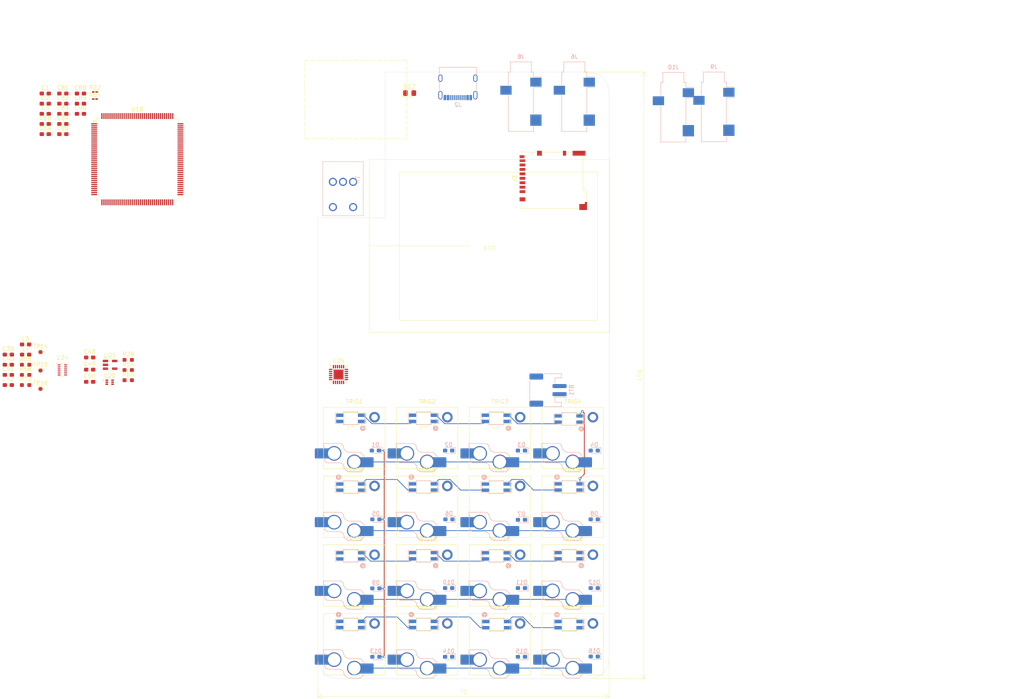
<source format=kicad_pcb>
(kicad_pcb (version 20241229) (generator "pcbnew") (generator_version "9.0")
  (layers (0 "F.Cu" signal) (4 "In1.Cu" signal "In1.Cu (PWR)") (6 "In2.Cu" signal "In2.Cu (GND)") (2 "B.Cu" signal) (13 "F.Paste" user) (15 "B.Paste" user) (5 "F.SilkS" user "F.Silkscreen") (7 "B.SilkS" user "B.Silkscreen") (1 "F.Mask" user) (3 "B.Mask" user) (25 "Edge.Cuts" user))
  (net 0 "")
  (net 1 "Net-(D1-A)")
  (net 2 "/Keypad/SW_ROW1")
  (net 3 "Net-(D2-A)")
  (net 4 "Net-(D3-A)")
  (net 5 "Net-(D4-A)")
  (net 6 "Net-(D5-A)")
  (net 7 "/Keypad/SW_ROW2")
  (net 8 "Net-(D6-A)")
  (net 9 "Net-(D7-A)")
  (net 10 "Net-(D8-A)")
  (net 11 "Net-(D9-A)")
  (net 12 "/Keypad/SW_ROW3")
  (net 13 "Net-(D10-A)")
  (net 14 "Net-(D11-A)")
  (net 15 "Net-(D12-A)")
  (net 16 "Net-(D13-A)")
  (net 17 "/Keypad/SW_ROW4")
  (net 18 "Net-(D14-A)")
  (net 19 "Net-(D15-A)")
  (net 20 "Net-(D16-A)")
  (net 21 "Net-(U20-FB)")
  (net 23 "Net-(U2-DOUT)")
  (net 24 "VDD")
  (net 25 "Net-(U3-DOUT)")
  (net 26 "Net-(U4-DOUT)")
  (net 27 "Net-(U5-DOUT)")
  (net 28 "Net-(U6-DOUT)")
  (net 29 "Net-(U7-DOUT)")
  (net 30 "Net-(U8-DOUT)")
  (net 31 "Net-(U10-DIN)")
  (net 32 "Net-(U10-DOUT)")
  (net 34 "Net-(U11-DIN)")
  (net 35 "Net-(U12-DOUT)")
  (net 36 "Net-(U13-DIN)")
  (net 37 "Net-(U14-DOUT)")
  (net 38 "Net-(U15-DIN)")
  (net 39 "Net-(U16-DOUT)")
  (net 40 "VBUS")
  (net 53 "+3.3V")
  (net 75 "-BATT")
  (net 76 "/Power/SYS")
  (net 77 "/Power/3v3_PG")
  (net 78 "+1V8")
  (net 89 "/SWD_RESET")
  (net 124 "+3.3VA")
  (net 150 "Net-(C1-Pad1)")
  (net 153 "Net-(C2-Pad1)")
  (net 163 "+BATT")
  (net 177 "/BOOT0")
  (net 201 "/Power/3v3_EN")
  (net 202 "Net-(U20-SW)")
  (net 203 "Net-(U21-FB)")
  (net 204 "Net-(U21-PH)")
  (net 207 "/Keypad/SW_COL1")
  (net 208 "/Keypad/SW_COL2")
  (net 209 "/Keypad/SW_COL3")
  (net 210 "/Keypad/SW_COL4")
  (net 226 "/Keypad/KEYPAD_INT")
  (net 235 "GND")
  (net 236 "3v3_PG")
  (footprint "pocket_synth:SW_Hotswap_Kailh_Choc_V1V2_Plated_1.00u" (layer "F.Cu") (at 45.8 122.9 180)
    (property "Reference" "SW1" (hide yes))
    (property "Value" "TRIG1")
  )
  (footprint "pocket_synth:SK6812MINI-E" (layer "F.Cu") (at 44.9 169)
    (property "Reference" "U11" (hide yes))
    (property "Value" "TRIG13")
    (fp_rect (start -1.7 -1.5) (end 1.7 1.5) (stroke (width 0.05)) (fill no) (layer "Edge.Cuts"))
  )
  (footprint "pocket_synth:SW_Hotswap_Kailh_Choc_V1V2_Plated_1.00u" (layer "F.Cu") (at 81.8 139.9 180)
    (property "Reference" "SW7" (hide yes))
    (property "Value" "TRIG7")
  )
  (footprint "pocket_synth:SW_Hotswap_Kailh_Choc_V1V2_Plated_1.00u" (layer "F.Cu") (at 99.8 122.9 180)
    (property "Reference" "SW4" (hide yes))
    (property "Value" "TRIG4")
  )
  (footprint "pocket_synth:SW_Hotswap_Kailh_Choc_V1V2_Plated_1.00u" (layer "F.Cu") (at 99.8 156.9 180)
    (property "Reference" "SW12" (hide yes))
    (property "Value" "TRIG12")
  )
  (footprint "pocket_synth:SK6812MINI-E" (layer "F.Cu") (at 44.9 135.035)
    (property "Reference" "U9" (hide yes))
    (property "Value" "TRIG5")
    (fp_rect (start -1.7 -1.5) (end 1.7 1.5) (stroke (width 0.05)) (fill no) (layer "Edge.Cuts"))
  )
  (footprint "pocket_synth:SW_Hotswap_Kailh_Choc_V1V2_Plated_1.00u" (layer "F.Cu") (at 99.8 139.9 180)
    (property "Reference" "SW8" (hide yes))
    (property "Value" "TRIG8")
  )
  (footprint "Capacitor_SMD:C_0603_1608Metric_Pad1.08x0.95mm_HandSolder" (layer "F.Cu") (at -21.925 42.73)
    (property "Reference" "C90")
    (property "Value" "1uf")
  )
  (footprint "TestPoint:TestPoint_Pad_D1.0mm" (layer "F.Cu") (at -31.8 106.2)
    (property "Reference" "TP15")
    (property "Value" "1v8")
  )
  (footprint "Capacitor_SMD:C_0603_1608Metric_Pad1.08x0.95mm_HandSolder" (layer "F.Cu") (at -19.6375 105.99)
    (property "Reference" "C49")
    (property "Value" "22uf")
  )
  (footprint "Capacitor_SMD:C_0603_1608Metric_Pad1.08x0.95mm_HandSolder" (layer "F.Cu") (at -26.275 37.71)
    (property "Reference" "C81")
    (property "Value" "0.1uf")
  )
  (footprint "Capacitor_SMD:C_0603_1608Metric_Pad1.08x0.95mm_HandSolder" (layer "F.Cu") (at -19.6375 102.98)
    (property "Reference" "C48")
    (property "Value" "120pF")
  )
  (footprint "Package_TO_SOT_SMD:SOT-563" (layer "F.Cu") (at -14.6875 109.1)
    (property "Reference" "U20")
    (property "Value" "TPS62A02DRL")
  )
  (footprint "Capacitor_SMD:C_0603_1608Metric_Pad1.08x0.95mm_HandSolder" (layer "F.Cu") (at -39.7625 102.27)
    (property "Reference" "C39")
    (property "Value" "10uf")
  )
  (footprint "Resistor_SMD:R_0603_1608Metric_Pad0.98x0.95mm_HandSolder" (layer "F.Cu") (at -35.4875 107.29)
    (property "Reference" "R56")
    (property "Value" "20.0k")
  )
  (footprint "Package_DFN_QFN:TDFN-12_2x3mm_P0.5mm" (layer "F.Cu") (at -26.4 106.05)
    (property "Reference" "U24")
    (property "Value" "STM6601")
  )
  (footprint "Capacitor_SMD:C_0603_1608Metric_Pad1.08x0.95mm_HandSolder" (layer "F.Cu") (at -26.275 45.24)
    (property "Reference" "C84")
    (property "Value" "100nf")
  )
  (footprint "Capacitor_SMD:C_0603_1608Metric_Pad1.08x0.95mm_HandSolder" (layer "F.Cu") (at -30.625 47.75)
    (property "Reference" "C59")
    (property "Value" "100nf")
  )
  (footprint "pocket_synth:SW_Hotswap_Kailh_Choc_V1V2_Plated_1.00u" (layer "F.Cu") (at 45.8 173.9 180)
    (property "Reference" "SW13" (hide yes))
    (property "Value" "TRIG13")
  )
  (footprint "pocket_synth:SW_Hotswap_Kailh_Choc_V1V2_Plated_1.00u" (layer "F.Cu") (at 99.8 173.9 180)
    (property "Reference" "SW16" (hide yes))
    (property "Value" "TRIG16")
  )
  (footprint "pocket_synth:SK6812MINI-E" (layer "F.Cu") (at 81 169.037132)
    (property "Reference" "U15" (hide yes))
    (property "Value" "TRIG15")
    (fp_rect (start -1.7 -1.5) (end 1.7 1.5) (stroke (width 0.05)) (fill no) (layer "Edge.Cuts"))
  )
  (footprint "Capacitor_SMD:C_0603_1608Metric_Pad1.08x0.95mm_HandSolder" (layer "F.Cu") (at -30.625 40.22)
    (property "Reference" "C2")
    (property "Value" "2.2 µF")
  )
  (footprint "TestPoint:TestPoint_Pad_D1.0mm" (layer "F.Cu") (at -31.8 101.65)
    (property "Reference" "TP14")
    (property "Value" "3v3")
  )
  (footprint "Inductor_SMD:L_0603_1608Metric_Pad1.05x0.95mm_HandSolder" (layer "F.Cu") (at -35.4875 99.76)
    (property "Reference" "L3")
    (property "Value" "10uh")
  )
  (footprint "Package_TO_SOT_SMD:SOT-23-5" (layer "F.Cu") (at -14.6 104.8)
    (property "Reference" "U21")
    (property "Value" "TPS560200")
  )
  (footprint "LED_SMD:LED_0805_2012Metric_Pad1.15x1.40mm_HandSolder" (layer "F.Cu") (at 59.475 37.6)
    (property "Reference" "D17")
    (property "Value" "POWER")
  )
  (footprint "Capacitor_SMD:C_0603_1608Metric_Pad1.08x0.95mm_HandSolder" (layer "F.Cu") (at -26.275 42.73)
    (property "Reference" "C83")
    (property "Value" "100nf")
  )
  (footprint "Package_QFP:LQFP-144_20x20mm_P0.5mm" (layer "F.Cu") (at -7.8625 53.95)
    (property "Reference" "U18")
    (property "Value" "STM32H743ZIT6")
  )
  (footprint "pocket_synth:SW_Hotswap_Kailh_Choc_V1V2_Plated_1.00u" (layer "F.Cu") (at 45.8 139.9 180)
    (property "Reference" "SW5" (hide yes))
    (property "Value" "TRIG5")
  )
  (footprint "pocket_synth:SW_Hotswap_Kailh_Choc_V1V2_Plated_1.00u" (layer "F.Cu") (at 45.8 156.9 180)
    (property "Reference" "SW9" (hide yes))
    (property "Value" "TRIG9")
  )
  (footprint "pocket_synth:SK6812MINI-E" (layer "F.Cu") (at 98.9 169.035)
    (property "Reference" "U17" (hide yes))
    (property "Value" "TRIG16")
    (fp_rect (start -1.7 -1.5) (end 1.7 1.5) (stroke (width 0.05)) (fill no) (layer "Edge.Cuts"))
  )
  (footprint "Connector_Card:microSD_HC_Hirose_DM3BT-DSF-PEJS" (layer "F.Cu") (at 95 59.2 90)
    (property "Reference" "J3")
    (property "Value" "Micro_SD_Card_Det_Hirose_DM3AT")
  )
  (footprint "pocket_synth:SK6812MINI-E" (layer "F.Cu") (at 80.9 135.037132)
    (property "Reference" "U7" (hide yes))
    (property "Value" "TRIG7")
    (fp_rect (start -1.7 -1.5) (end 1.7 1.5) (stroke (width 0.05)) (fill no) (layer "Edge.Cuts"))
  )
  (footprint "Capacitor_SMD:C_0603_1608Metric_Pad1.08x0.95mm_HandSolder" (layer "F.Cu") (at -21.925 40.22)
    (property "Reference" "C89")
    (property "Value" "1uf")
  )
  (footprint "pocket_synth:SW_Hotswap_Kailh_Choc_V1V2_Plated_1.00u" (layer "F.Cu") (at 81.8 122.9 180)
    (property "Reference" "SW3" (hide yes))
    (property "Value" "TRIG3")
  )
  (footprint "Resistor_SMD:R_0603_1608Metric_Pad0.98x0.95mm_HandSolder" (layer "F.Cu") (at -35.4875 104.78)
    (property "Reference" "R55")
    (property "Value" "24.9k")
  )
  (footprint "pocket_synth:SK6812MINI-E" (layer "F.Cu") (at 62.9 135)
    (property "Reference" "U8" (hide yes))
    (property "Value" "TRIG6")
    (fp_rect (start -1.7 -1.5) (end 1.7 1.5) (stroke (width 0.05)) (fill no) (layer "Edge.Cuts"))
  )
  (footprint "pocket_synth:SW_Hotswap_Kailh_Choc_V1V2_Plated_1.00u" (layer "F.Cu") (at 63.8 139.9 180)
    (property "Reference" "SW6" (hide yes))
    (property "Value" "TRIG6")
  )
  (footprint "Capacitor_SMD:C_0603_1608Metric_Pad1.08x0.95mm_HandSolder" (layer "F.Cu") (at -39.7625 104.78)
    (property "Reference" "C40")
    (property "Value" "0.1uf")
  )
  (footprint "pocket_synth:SW_Hotswap_Kailh_Choc_V1V2_Plated_1.00u" (layer "F.Cu") (at 81.8 173.9 180)
    (property "Reference" "SW15" (hide yes))
    (property "Value" "TRIG15")
  )
  (footprint "pocket_synth:SK6812MINI-E" (layer "F.Cu") (at 44.9 152.035 180)
    (property "Reference" "U10" (hide yes))
    (property "Value" "TRIG9")
    (fp_rect (start -1.7 -1.5) (end 1.7 1.5) (stroke (width 0.05)) (fill no) (layer "Edge.Cuts"))
  )
  (footprint "pocket_synth:SK6812MINI-E" (layer "F.Cu") (at 80.9 152.037132 180)
    (property "Reference" "U14" (hide yes))
    (property "Value" "TRIG11")
    (fp_rect (start -1.7 -1.5) (end 1.7 1.5) (stroke (width 0.05)) (fill no) (layer "Edge.Cuts"))
  )
  (footprint "pocket_synth:SK6812MINI-E" (layer "F.Cu") (at 80.9 118.035 180)
    (property "Reference" "U4")
    (property "Value" "TRIG3")
    (fp_rect (start -1.7 -1.5) (end 1.7 1.5) (stroke (width 0.05)) (fill no) (layer "Edge.Cuts"))
  )
  (footprint "Capacitor_SMD:C_0603_1608Metric_Pad1.08x0.95mm_HandSolder" (layer "F.Cu") (at -26.275 47.75)
    (property "Reference" "C85")
    (property "Value" "100nf")
  )
  (footprint "pocket_synth:SW_Hotswap_Kailh_Choc_V1V2_Plated_1.00u" (layer "F.Cu") (at 63.8 122.9 180)
    (property "Reference" "SW2" (hide yes))
    (property "Value" "TRIG2")
  )
  (footprint "pocket_synth:SK6812MINI-E" (layer "F.Cu") (at 98.9 118.2 180)
    (property "Reference" "U5")
    (property "Value" "TRIG4")
    (fp_rect (start -1.7 -1.5) (end 1.7 1.5) (stroke (width 0.05)) (fill no) (layer "Edge.Cuts"))
  )
  (footprint "Resistor_SMD:R_0603_1608Metric_Pad0.98x0.95mm_HandSolder" (layer "F.Cu") (at -10.1125 108.6)
    (property "Reference" "R63")
    (property "Value" "499k")
  )
  (footprint "Capacitor_SMD:C_0603_1608Metric_Pad1.08x0.95mm_HandSolder" (layer "F.Cu") (at -30.625 37.71)
    (property "Reference" "C1")
    (property "Value" "2.2 µF")
  )
  (footprint "Capacitor_SMD:C_0603_1608Metric_Pad1.08x0.95mm_HandSolder" (layer "F.Cu") (at -19.6375 109)
    (property "Reference" "C50")
    (property "Value" "4.7uf")
  )
  (footprint "Resistor_SMD:R_0603_1608Metric_Pad0.98x0.95mm_HandSolder" (layer "F.Cu") (at -10.1125 106.09)
    (property "Reference" "R54")
    (property "Value" "97.6k")
  )
  (footprint "Capacitor_SMD:C_0603_1608Metric_Pad1.08x0.95mm_HandSolder" (layer "F.Cu") (at -21.925 37.71)
    (property "Reference" "C88")
    (property "Value" "10nf")
  )
  (footprint "pocket_synth:SK6812MINI-E" (layer "F.Cu") (at 98.9 135)
    (property "Reference" "U6" (hide yes))
    (property "Value" "TRIG8")
    (fp_rect (start -1.7 -1.5) (end 1.7 1.5) (stroke (width 0.05)) (fill no) (layer "Edge.Cuts"))
  )
  (footprint "pocket_synth:SK6812MINI-E" (layer "F.Cu") (at 98.9 152 180)
    (property "Reference" "U16" (hide yes))
    (property "Value" "TRIG12")
    (fp_rect (start -1.7 -1.5) (end 1.7 1.5) (stroke (width 0.05)) (fill no) (layer "Edge.Cuts"))
  )
  (footprint "Resistor_SMD:R_0201_0603Metric_Pad0.64x0.40mm_HandSolder" (layer "F.Cu") (at -18.345 39.08)
    (property "Reference" "R64")
    (property "Value" "0R")
  )
  (footprint "Capacitor_SMD:C_0603_1608Metric_Pad1.08x0.95mm_HandSolder" (layer "F.Cu") (at -30.625 42.73)
    (property "Reference" "C3")
    (property "Value" "1 µF")
  )
  (footprint "pocket_synth:SW_Hotswap_Kailh_Choc_V1V2_Plated_1.00u" (layer "F.Cu") (at 63.8 156.9 180)
    (property "Reference" "SW10" (hide yes))
    (property "Value" "TRIG10")
  )
  (footprint "Inductor_SMD:L_0603_1608Metric_Pad1.05x0.95mm_HandSolder" (layer "F.Cu") (at -35.4875 102.27)
    (property "Reference" "L7")
    (property "Value" "1uh")
  )
  (footprint "pocket_synth:SK6812MINI-E" (layer "F.Cu") (at 44.9 118.035 180)
    (property "Reference" "U2")
    (property "Value" "TRIG1")
    (fp_rect (start -1.7 -1.5) (end 1.7 1.5) (stroke (width 0.05)) (fill no) (layer "Edge.Cuts"))
  )
  (footprint "pocket_synth:SK6812MINI-E" (layer "F.Cu") (at 62.9 152 180)
    (property "Reference" "U12" (hide yes))
    (property "Value" "TRIG10")
    (fp_rect (start -1.7 -1.5) (end 1.7 1.5) (stroke (width 0.05)) (fill no) (layer "Edge.Cuts"))
  )
  (footprint "Capacitor_SMD:C_0603_1608Metric_Pad1.08x0.95mm_HandSolder" (layer "F.Cu") (at -26.275 40.22)
    (property "Reference" "C82")
    (property "Value" "100nf")
  )
  (footprint "Capacitor_SMD:C_0603_1608Metric_Pad1.08x0.95mm_HandSolder" (layer "F.Cu") (at -30.625 45.24)
    (property "Reference" "C58")
    (property "Value" "10uf")
  )
  (footprint "Resistor_SMD:R_0603_1608Metric_Pad0.98x0.95mm_HandSolder" (layer "F.Cu") (at -10.1125 103.58)
    (property "Reference" "R29")
    (property "Value" "442k")
  )
  (footprint "pocket_synth:SW_Hotswap_Kailh_Choc_V1V2_Plated_1.00u" (layer "F.Cu") (at 63.8 173.9 180)
    (property "Reference" "SW14" (hide yes))
    (property "Value" "TRIG14")
  )
  (footprint "Capacitor_SMD:C_0603_1608Metric_Pad1.08x0.95mm_HandSolder" (layer "F.Cu") (at -39.7625 109.8)
    (property "Reference" "C42")
    (property "Value" "10uf")
  )
  (footprint "Resistor_SMD:R_0201_0603Metric_Pad0.64x0.40mm_HandSolder" (layer "F.Cu") (at -18.345 37.33)
    (property "Reference" "R22")
    (property "Value" "10k")
  )
  (footprint "Capacitor_SMD:C_0603_1608Metric_Pad1.08x0.95mm_HandSolder" (layer "F.Cu") (at -39.7625 107.29)
    (property "Reference" "C41")
    (property "Value" "10uf")
  )
  (footprint "pocket_synth:SK6812MINI-E" (layer "F.Cu") (at 62.9 169)
    (property "Reference" "U13" (hide yes))
    (property "Value" "TRIG14")
    (fp_rect (start -1.7 -1.5) (end 1.7 1.5) (stroke (width 0.05)) (fill no) (layer "Edge.Cuts"))
  )
  (footprint "Resistor_SMD:R_0603_1608Metric_Pad0.98x0.95mm_HandSolder" (layer "F.Cu") (at -35.4875 109.8)
    (property "Reference" "R72")
    (property "Value" "0R")
  )
  (footprint "TestPoint:TestPoint_Pad_D1.0mm" (layer "F.Cu") (at -31.8 110.75)
    (property "Reference" "TP16")
    (property "Value" "SYS")
  )
  (footprint "pocket_synth:ER-TFT024IPS-3" (layer "F.Cu") (at 79.2 75.4 180)
    (property "Reference" "U19")
    (property "Value" "~")
  )
  (footprint "pocket_synth:SK6812MINI-E" (layer "F.Cu") (at 62.9 118.035 180)
    (property "Reference" "U3")
    (property "Value" "TRIG2")
    (fp_rect (start -1.7 -1.5) (end 1.7 1.5) (stroke (width 0.05)) (fill no) (layer "Edge.Cuts"))
  )
  (footprint "pocket_synth:SW_Hotswap_Kailh_Choc_V1V2_Plated_1.00u" (layer "F.Cu") (at 81.8 156.9 180)
    (property "Reference" "SW11" (hide yes))
    (property "Value" "TRIG11")
  )
  (footprint "Package_DFN_QFN:WQFN-24-1EP_4x4mm_P0.5mm_EP2.45x2.45mm" (layer "F.Cu") (at 41.89 107.19)
    (property "Reference" "U25")
    (property "Value" "TCA8418RTWR")
  )
  (footprint "Connector_Audio:Jack_3.5mm_CUI_SJ-3523-SMT_Horizontal" (layer "B.Cu") (at 124.7 41.1 180)
    (property "Reference" "J10")
    (property "Value" "MIDI_OUT")
  )
  (footprint "Diode_SMD:D_0603_1608Metric_Pad1.05x0.95mm_HandSolder" (layer "B.Cu") (at 69.2 143 180)
    (property "Reference" "D6")
    (property "Value" "D")
  )
  (footprint "Connector_Audio:Jack_3.5mm_CUI_SJ-3523-SMT_Horizontal" (layer "B.Cu") (at 134.71 41 180)
    (property "Reference" "J9")
    (property "Value" "MIDI_IN")
  )
  (footprint "Connector_JST:JST_PH_S2B-PH-SM4-TB_1x02-1MP_P2.00mm_Horizontal" (layer "B.Cu") (at 93.7 111.05 90)
    (property "Reference" "BT1")
    (property "Value" "Battery")
  )
  (footprint "Diode_SMD:D_0603_1608Metric_Pad1.05x0.95mm_HandSolder" (layer "B.Cu") (at 51 126 180)
    (property "Reference" "D1")
    (property "Value" "D")
  )
  (footprint "Diode_SMD:D_0603_1608Metric_Pad1.05x0.95mm_HandSolder" (layer "B.Cu") (at 51.125 177 180)
    (property "Reference" "D13")
    (property "Value" "D")
  )
  (footprint "Diode_SMD:D_0603_1608Metric_Pad1.05x0.95mm_HandSolder" (layer "B.Cu") (at 51.125 143 180)
    (property "Reference" "D5")
    (property "Value" "D")
  )
  (footprint "pocket_synth:PTR901-2015K-B103" (layer "B.Cu") (at 43 59.55 90)
    (property "Reference" "U1")
    (property "Value" "VOL_PWR_POT")
  )
  (footprint "Connector_Audio:Jack_3.5mm_CUI_SJ-3523-SMT_Horizontal" (layer "B.Cu") (at 100.2 38.5 180)
    (property "Reference" "J6")
    (property "Value" "LINE_IN")
  )
  (footprint "Diode_SMD:D_0603_1608Metric_Pad1.05x0.95mm_HandSolder" (layer "B.Cu") (at 87.125 143.125 180)
    (property "Reference" "D7")
    (property "Value" "D")
  )
  (footprint "Diode_SMD:D_0603_1608Metric_Pad1.05x0.95mm_HandSolder" (layer "B.Cu") (at 69.125 160 180)
    (property "Reference" "D10")
    (property "Value" "D")
  )
  (footprint "Diode_SMD:D_0603_1608Metric_Pad1.05x0.95mm_HandSolder" (layer "B.Cu") (at 105.125 126 180)
    (property "Reference" "D4")
    (property "Value" "D")
  )
  (footprint "Diode_SMD:D_0603_1608Metric_Pad1.05x0.95mm_HandSolder" (layer "B.Cu") (at 105.125 176.925 180)
    (property "Reference" "D16")
    (property "Value" "D")
  )
  (footprint "Diode_SMD:D_0603_1608Metric_Pad1.05x0.95mm_HandSolder" (layer "B.Cu") (at 87.125 126 180)
    (property "Reference" "D3")
    (property "Value" "D")
  )
  (footprint "Diode_SMD:D_0603_1608Metric_Pad1.05x0.95mm_HandSolder" (layer "B.Cu") (at 87.125 177 180)
    (property "Reference" "D15")
    (property "Value" "D")
  )
  (footprint "Diode_SMD:D_0603_1608Metric_Pad1.05x0.95mm_HandSolder" (layer "B.Cu") (at 51.125 160.075 180)
    (property "Reference" "D9")
    (property "Value" "D")
  )
  (footprint "Diode_SMD:D_0603_1608Metric_Pad1.05x0.95mm_HandSolder" (layer "B.Cu") (at 69.125 126 180)
    (property "Reference" "D2")
    (property "Value" "D")
  )
  (footprint "Diode_SMD:D_0603_1608Metric_Pad1.05x0.95mm_HandSolder" (layer "B.Cu") (at 69.125 177 180)
    (property "Reference" "D14")
    (property "Value" "D")
  )
  (footprint "Connector_Audio:Jack_3.5mm_CUI_SJ-3523-SMT_Horizontal" (layer "B.Cu") (at 87 38.5 180)
    (property "Reference" "J8")
    (property "Value" "LINE_OUT")
  )
  (footprint "Diode_SMD:D_0603_1608Metric_Pad1.05x0.95mm_HandSolder" (layer "B.Cu") (at 105.125 143 180)
    (property "Reference" "D8")
    (property "Value" "D")
  )
  (footprint "Diode_SMD:D_0603_1608Metric_Pad1.05x0.95mm_HandSolder" (layer "B.Cu") (at 105.125 160 180)
    (property "Reference" "D12")
    (property "Value" "D")
  )
  (footprint "Connector_USB:USB_C_Receptacle_G-Switch_GT-USB-7010ASV" (layer "B.Cu") (at 71.4 34.995)
    (property "Reference" "J2")
    (property "Value" "USB")
  )
  (footprint "Diode_SMD:D_0603_1608Metric_Pad1.05x0.95mm_HandSolder" (layer "B.Cu") (at 87.125 160 180)
    (property "Reference" "D11")
    (property "Value" "D")
  )
  (gr_rect (start 33.5 29.5) (end 58.8 48.9) (stroke (width 0.1) (type dash)) (fill no) (layer "F.SilkS"))
  (gr_line (start 108.8 37.4) (end 108.8 177.4) (stroke (width 0.05)) (layer "Edge.Cuts"))
  (gr_line (start 36.8 177.4) (end 36.8 68.4) (stroke (width 0.05)) (layer "Edge.Cuts"))
  (gr_arc (start 108.8 177.4) (mid 107.335534 180.935534) (end 103.8 182.4) (stroke (width 0.05)) (layer "Edge.Cuts"))
  (gr_line (start 103.8 182.4) (end 41.8 182.4) (stroke (width 0.05)) (layer "Edge.Cuts"))
  (gr_arc (start 103.8 32.4) (mid 107.335534 33.864466) (end 108.8 37.4) (stroke (width 0.05)) (layer "Edge.Cuts"))
  (gr_arc (start 41.8 182.4) (mid 38.264466 180.935534) (end 36.8 177.4) (stroke (width 0.05)) (layer "Edge.Cuts"))
  (gr_line (start 53.4 68.4) (end 53.4 32.4) (stroke (width 0.05)) (layer "Edge.Cuts"))
  (gr_line (start 36.8 68.4) (end 53.4 68.4) (stroke (width 0.05)) (layer "Edge.Cuts"))
  (gr_line (start 53.4 32.4) (end 103.8 32.4) (stroke (width 0.05)) (layer "Edge.Cuts"))
  (dimension (type orthogonal) (layer "F.SilkS") (pts (xy 108.8 177.6) (xy 36.8 177.6)) (height 9.2) (orientation 0) (format (prefix "") (suffix "") (units 3) (units_format 0) (precision 4) (suppress_zeroes yes)) (style (thickness 0.1) (arrow_length 1.27) (text_position_mode 0) (arrow_direction outward) (extension_height 0.58642) (extension_offset 0.5) (keep_text_aligned yes)) (gr_text "72" (at 72.8 185.7 0) (layer "F.SilkS") (effects (font (size 1 1) (thickness 0.1)))))
  (dimension (type orthogonal) (layer "F.SilkS") (pts (xy 104.4 182.4) (xy 101.8 32.4)) (height 13) (orientation 1) (format (prefix "") (suffix "") (units 3) (units_format 0) (precision 4) (suppress_zeroes yes)) (style (thickness 0.1) (arrow_length 1.27) (text_position_mode 0) (arrow_direction outward) (extension_height 0.58642) (extension_offset 0.5) (keep_text_aligned yes)) (gr_text "150" (at 116.3 107.4 90) (layer "F.SilkS") (effects (font (size 1 1) (thickness 0.1)))))
  (segment (start 63.8 128.8) (end 81.8 128.8) (width 0.2) (layer "B.Cu") (net 2))
  (segment (start 45.8 128.8) (end 63.8 128.8) (width 0.2) (layer "B.Cu") (net 2))
  (segment (start 81.8 128.8) (end 99.8 128.8) (width 0.2) (layer "B.Cu") (net 2))
  (segment (start 81.8 145.8) (end 63.8 145.8) (width 0.2) (layer "B.Cu") (net 7))
  (segment (start 63.8 145.8) (end 45.8 145.8) (width 0.2) (layer "B.Cu") (net 7))
  (segment (start 99.8 145.8) (end 81.8 145.8) (width 0.2) (layer "B.Cu") (net 7))
  (segment (start 45.8 162.8) (end 63.8 162.8) (width 0.2) (layer "B.Cu") (net 12))
  (segment (start 81.8 162.8) (end 99.8 162.8) (width 0.2) (layer "B.Cu") (net 12))
  (segment (start 81.8 162.8) (end 63.8 162.8) (width 0.2) (layer "B.Cu") (net 12))
  (segment (start 99.8 179.8) (end 81.8 179.8) (width 0.2) (layer "B.Cu") (net 17))
  (segment (start 63.8 179.8) (end 45.8 179.8) (width 0.2) (layer "B.Cu") (net 17))
  (segment (start 81.8 179.8) (end 63.8 179.8) (width 0.2) (layer "B.Cu") (net 17))
  (segment (start 59.634 119.351) (end 60.2 118.785) (width 0.2) (layer "B.Cu") (net 23))
  (segment (start 47.6 117.285) (end 48.070844 117.285) (width 0.2) (layer "B.Cu") (net 23))
  (segment (start 50.136844 119.351) (end 59.634 119.351) (width 0.2) (layer "B.Cu") (net 23))
  (segment (start 48.070844 117.285) (end 50.136844 119.351) (width 0.2) (layer "B.Cu") (net 23))
  (segment (start 65.6 117.285) (end 66.070844 117.285) (width 0.2) (layer "B.Cu") (net 25))
  (segment (start 68.136844 119.351) (end 77.634 119.351) (width 0.2) (layer "B.Cu") (net 25))
  (segment (start 77.634 119.351) (end 78.2 118.785) (width 0.2) (layer "B.Cu") (net 25))
  (segment (start 66.070844 117.285) (end 68.136844 119.351) (width 0.2) (layer "B.Cu") (net 25))
  (segment (start 95.79 119.36) (end 96.2 118.95) (width 0.2) (layer "B.Cu") (net 26))
  (segment (start 83.6 117.285) (end 84.070844 117.285) (width 0.2) (layer "B.Cu") (net 26))
  (segment (start 84.070844 117.285) (end 86.145844 119.36) (width 0.2) (layer "B.Cu") (net 26))
  (segment (start 86.145844 119.36) (end 95.79 119.36) (width 0.2) (layer "B.Cu") (net 26))
  (segment (start 101.6 132.9) (end 101.5 133) (width 0.2) (layer "F.Cu") (net 27))
  (segment (start 102.676 131.824) (end 101.6 132.9) (width 0.2) (layer "F.Cu") (net 27))
  (segment (start 102.2 116.3) (end 102.676 116.776) (width 0.2) (layer "F.Cu") (net 27))
  (segment (start 102.676 116.776) (end 102.676 131.824) (width 0.2) (layer "F.Cu") (net 27))
  (via (at 101.6 132.9) (size 0.6) (drill 0.3) (layers "F.Cu" "B.Cu") (net 27))
  (via (at 102.2 116.3) (size 0.6) (drill 0.3) (layers "F.Cu" "B.Cu") (net 27))
  (segment (start 101.6 132.9) (end 101.6 134.25) (width 0.2) (layer "B.Cu") (net 27))
  (segment (start 101.6 116.9) (end 102.2 116.3) (width 0.2) (layer "B.Cu") (net 27))
  (segment (start 101.6 117.45) (end 101.6 116.9) (width 0.2) (layer "B.Cu") (net 27))
  (segment (start 96.2 135.75) (end 90.064156 135.75) (width 0.2) (layer "B.Cu") (net 28))
  (segment (start 90.064156 135.75) (end 87.463156 133.149) (width 0.2) (layer "B.Cu") (net 28))
  (segment (start 84.738132 133.149) (end 83.6 134.287132) (width 0.2) (layer "B.Cu") (net 28))
  (segment (start 87.463156 133.149) (end 84.738132 133.149) (width 0.2) (layer "B.Cu") (net 28))
  (segment (start 78.2 135.787132) (end 72.101288 135.787132) (width 0.2) (layer "B.Cu") (net 29))
  (segment (start 69.463156 133.149) (end 66.701 133.149) (width 0.2) (layer "B.Cu") (net 29))
  (segment (start 66.701 133.149) (end 65.6 134.25) (width 0.2) (layer "B.Cu") (net 29))
  (segment (start 72.101288 135.787132) (end 69.463156 133.149) (width 0.2) (layer "B.Cu") (net 29))
  (segment (start 48.736 133.149) (end 47.6 134.285) (width 0.2) (layer "B.Cu") (net 30))
  (segment (start 56.397 133.149) (end 48.736 133.149) (width 0.2) (layer "B.Cu") (net 30))
  (segment (start 58.998 135.75) (end 56.397 133.149) (width 0.2) (layer "B.Cu") (net 30))
  (segment (start 60.2 135.75) (end 58.998 135.75) (width 0.2) (layer "B.Cu") (net 30))
  (segment (start 49.833036 153.351) (end 59.599 153.351) (width 0.2) (layer "B.Cu") (net 32))
  (segment (start 59.599 153.351) (end 60.2 152.75) (width 0.2) (layer "B.Cu") (net 32))
  (segment (start 47.767036 151.285) (end 49.833036 153.351) (width 0.2) (layer "B.Cu") (net 32))
  (segment (start 47.6 151.285) (end 47.767036 151.285) (width 0.2) (layer "B.Cu") (net 32))
  (segment (start 60.2 169.75) (end 58.998 169.75) (width 0.2) (layer "B.Cu") (net 34))
  (segment (start 58.998 169.75) (end 56.397 167.149) (width 0.2) (layer "B.Cu") (net 34))
  (segment (start 48.701 167.149) (end 47.6 168.25) (width 0.2) (layer "B.Cu") (net 34))
  (segment (start 56.397 167.149) (end 48.701 167.149) (width 0.2) (layer "B.Cu") (net 34))
  (segment (start 65.85 151.25) (end 67.951 153.351) (width 0.2) (layer "B.Cu") (net 35))
  (segment (start 67.951 153.351) (end 77.636132 153.351) (width 0.2) (layer "B.Cu") (net 35))
  (segment (start 77.636132 153.351) (end 78.2 152.787132) (width 0.2) (layer "B.Cu") (net 35))
  (segment (start 65.6 151.25) (end 65.85 151.25) (width 0.2) (layer "B.Cu") (net 35))
  (segment (start 76.952264 169.787132) (end 74.314132 167.149) (width 0.2) (layer "B.Cu") (net 36))
  (segment (start 66.701 167.149) (end 65.6 168.25) (width 0.2) (layer "B.Cu") (net 36))
  (segment (start 78.3 169.787132) (end 76.952264 169.787132) (width 0.2) (layer "B.Cu") (net 36))
  (segment (start 74.314132 167.149) (end 66.701 167.149) (width 0.2) (layer "B.Cu") (net 36))
  (segment (start 83.767036 151.287132) (end 85.830904 153.351) (width 0.2) (layer "B.Cu") (net 37))
  (segment (start 85.830904 153.351) (end 95.599 153.351) (width 0.2) (layer "B.Cu") (net 37))
  (segment (start 95.599 153.351) (end 96.2 152.75) (width 0.2) (layer "B.Cu") (net 37))
  (segment (start 83.6 151.287132) (end 83.767036 151.287132) (width 0.2) (layer "B.Cu") (net 37))
  (segment (start 84.838132 167.149) (end 83.7 168.287132) (width 0.2) (layer "B.Cu") (net 38))
  (segment (start 87.463156 167.149) (end 84.838132 167.149) (width 0.2) (layer "B.Cu") (net 38))
  (segment (start 90.099156 169.785) (end 87.463156 167.149) (width 0.2) (layer "B.Cu") (net 38))
  (segment (start 96.2 169.785) (end 90.099156 169.785) (width 0.2) (layer "B.Cu") (net 38))
  (segment (start 53.2 160.2) (end 53.2 143) (width 0.2) (layer "F.Cu") (net 207))
  (segment (start 53.2 177) (end 53.2 160.2) (width 0.2) (layer "F.Cu") (net 207))
  (segment (start 53.2 126) (end 53.2 143) (width 0.2) (layer "F.Cu") (net 207))
  (via (at 53.2 177) (size 0.6) (drill 0.3) (layers "F.Cu" "B.Cu") (net 207))
  (via (at 53.2 143) (size 0.6) (drill 0.3) (layers "F.Cu" "B.Cu") (net 207))
  (via (at 53.2 126) (size 0.6) (drill 0.3) (layers "F.Cu" "B.Cu") (net 207))
  (via (at 53.2 160.2) (size 0.6) (drill 0.3) (layers "F.Cu" "B.Cu") (net 207))
  (segment (start 52 143) (end 53.2 143) (width 0.2) (layer "B.Cu") (net 207))
  (segment (start 51.875 126) (end 53.2 126) (width 0.2) (layer "B.Cu") (net 207))
  (segment (start 53.075 160.075) (end 53.2 160.2) (width 0.2) (layer "B.Cu") (net 207))
  (segment (start 52 177) (end 53.2 177) (width 0.2) (layer "B.Cu") (net 207))
  (segment (start 52 160.075) (end 53.075 160.075) (width 0.2) (layer "B.Cu") (net 207))
)
</source>
